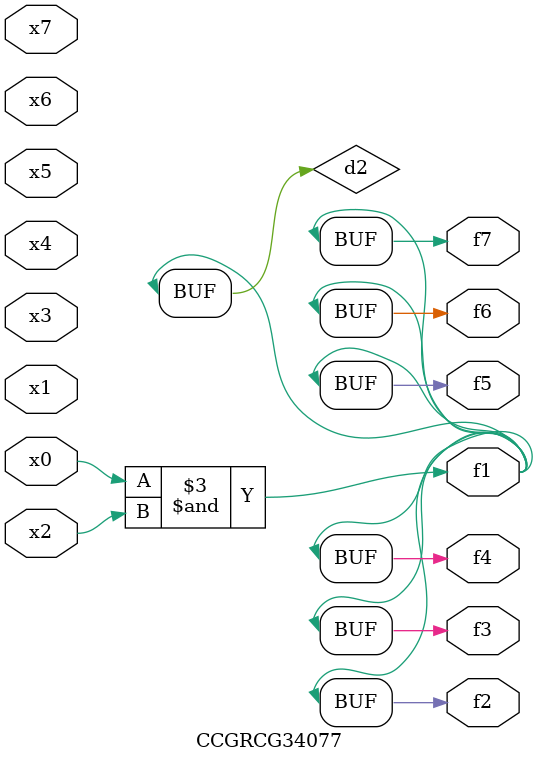
<source format=v>
module CCGRCG34077(
	input x0, x1, x2, x3, x4, x5, x6, x7,
	output f1, f2, f3, f4, f5, f6, f7
);

	wire d1, d2;

	nor (d1, x3, x6);
	and (d2, x0, x2);
	assign f1 = d2;
	assign f2 = d2;
	assign f3 = d2;
	assign f4 = d2;
	assign f5 = d2;
	assign f6 = d2;
	assign f7 = d2;
endmodule

</source>
